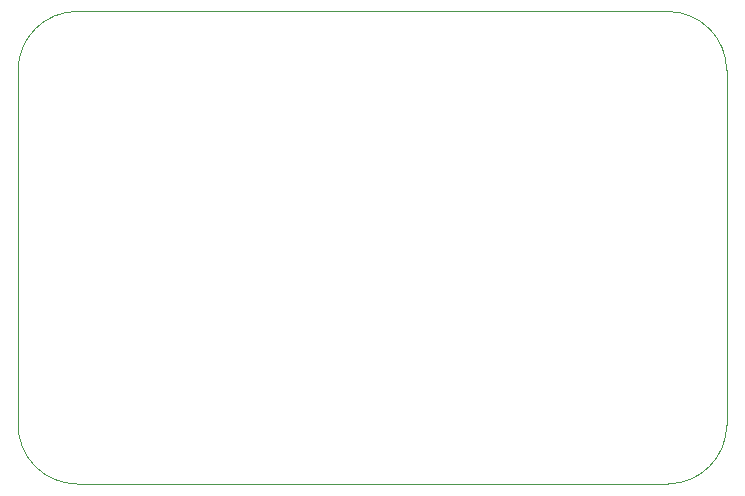
<source format=gbr>
%TF.GenerationSoftware,KiCad,Pcbnew,8.0.1*%
%TF.CreationDate,2024-04-03T15:04:07+02:00*%
%TF.ProjectId,shelfDriver_v1.0,7368656c-6644-4726-9976-65725f76312e,rev?*%
%TF.SameCoordinates,Original*%
%TF.FileFunction,Profile,NP*%
%FSLAX46Y46*%
G04 Gerber Fmt 4.6, Leading zero omitted, Abs format (unit mm)*
G04 Created by KiCad (PCBNEW 8.0.1) date 2024-04-03 15:04:07*
%MOMM*%
%LPD*%
G01*
G04 APERTURE LIST*
%TA.AperFunction,Profile*%
%ADD10C,0.050000*%
%TD*%
G04 APERTURE END LIST*
D10*
X170000000Y-105000000D02*
G75*
G02*
X165000000Y-110000000I-5000000J0D01*
G01*
X165000000Y-70000000D02*
G75*
G02*
X170000000Y-75000000I0J-5000000D01*
G01*
X115000000Y-110000000D02*
G75*
G02*
X110000000Y-105000000I0J5000000D01*
G01*
X110000000Y-75000000D02*
G75*
G02*
X115000000Y-70000000I5000000J0D01*
G01*
X115000000Y-70000000D02*
X165000000Y-70000000D01*
X165000000Y-110000000D02*
X115000000Y-110000000D01*
X170000000Y-75000000D02*
X170000000Y-105000000D01*
X110000000Y-105000000D02*
X110000000Y-75000000D01*
M02*

</source>
